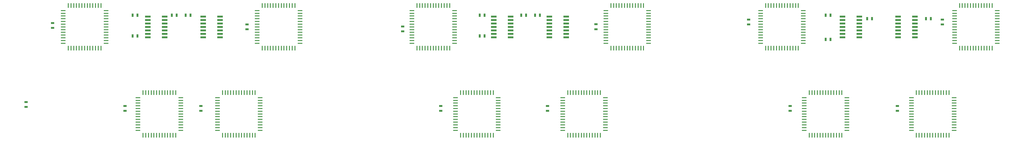
<source format=gbp>
G75*
G70*
%OFA0B0*%
%FSLAX24Y24*%
%IPPOS*%
%LPD*%
%AMOC8*
5,1,8,0,0,1.08239X$1,22.5*
%
%ADD10R,0.0157X0.0669*%
%ADD11R,0.0669X0.0157*%
%ADD12R,0.0472X0.0315*%
%ADD13R,0.0800X0.0260*%
%ADD14R,0.0315X0.0472*%
D10*
X020286Y006764D03*
X020680Y006764D03*
X021073Y006764D03*
X021467Y006764D03*
X021861Y006764D03*
X022254Y006764D03*
X022648Y006764D03*
X023042Y006764D03*
X023435Y006764D03*
X023829Y006764D03*
X024223Y006764D03*
X024617Y006764D03*
X025010Y006764D03*
X031774Y006764D03*
X032168Y006764D03*
X032561Y006764D03*
X032955Y006764D03*
X033349Y006764D03*
X033743Y006764D03*
X034136Y006764D03*
X034530Y006764D03*
X034924Y006764D03*
X035317Y006764D03*
X035711Y006764D03*
X036105Y006764D03*
X036498Y006764D03*
X066180Y006764D03*
X066573Y006764D03*
X066967Y006764D03*
X067361Y006764D03*
X067754Y006764D03*
X068148Y006764D03*
X068542Y006764D03*
X068935Y006764D03*
X069329Y006764D03*
X069723Y006764D03*
X070117Y006764D03*
X070510Y006764D03*
X070904Y006764D03*
X081668Y006764D03*
X082061Y006764D03*
X082455Y006764D03*
X082849Y006764D03*
X083243Y006764D03*
X083636Y006764D03*
X084030Y006764D03*
X084424Y006764D03*
X084817Y006764D03*
X085211Y006764D03*
X085605Y006764D03*
X085998Y006764D03*
X086392Y006764D03*
X086392Y012945D03*
X085998Y012945D03*
X085605Y012945D03*
X085211Y012945D03*
X084817Y012945D03*
X084424Y012945D03*
X084030Y012945D03*
X083636Y012945D03*
X083243Y012945D03*
X082849Y012945D03*
X082455Y012945D03*
X082061Y012945D03*
X081668Y012945D03*
X070904Y012945D03*
X070510Y012945D03*
X070117Y012945D03*
X069723Y012945D03*
X069329Y012945D03*
X068935Y012945D03*
X068542Y012945D03*
X068148Y012945D03*
X067754Y012945D03*
X067361Y012945D03*
X066967Y012945D03*
X066573Y012945D03*
X066180Y012945D03*
X064601Y019363D03*
X064207Y019363D03*
X063813Y019363D03*
X063420Y019363D03*
X063026Y019363D03*
X062632Y019363D03*
X062239Y019363D03*
X061845Y019363D03*
X061451Y019363D03*
X061057Y019363D03*
X060664Y019363D03*
X060270Y019363D03*
X059876Y019363D03*
X042239Y019363D03*
X041845Y019363D03*
X041451Y019363D03*
X041057Y019363D03*
X040664Y019363D03*
X040270Y019363D03*
X039876Y019363D03*
X039483Y019363D03*
X039089Y019363D03*
X038695Y019363D03*
X038302Y019363D03*
X037908Y019363D03*
X037514Y019363D03*
X014207Y019363D03*
X013813Y019363D03*
X013420Y019363D03*
X013026Y019363D03*
X012632Y019363D03*
X012239Y019363D03*
X011845Y019363D03*
X011451Y019363D03*
X011057Y019363D03*
X010664Y019363D03*
X010270Y019363D03*
X009876Y019363D03*
X009483Y019363D03*
X020286Y012945D03*
X020680Y012945D03*
X021073Y012945D03*
X021467Y012945D03*
X021861Y012945D03*
X022254Y012945D03*
X022648Y012945D03*
X023042Y012945D03*
X023435Y012945D03*
X023829Y012945D03*
X024223Y012945D03*
X024617Y012945D03*
X025010Y012945D03*
X031774Y012945D03*
X032168Y012945D03*
X032561Y012945D03*
X032955Y012945D03*
X033349Y012945D03*
X033743Y012945D03*
X034136Y012945D03*
X034530Y012945D03*
X034924Y012945D03*
X035317Y012945D03*
X035711Y012945D03*
X036105Y012945D03*
X036498Y012945D03*
X087908Y019363D03*
X088302Y019363D03*
X088695Y019363D03*
X089089Y019363D03*
X089483Y019363D03*
X089876Y019363D03*
X090270Y019363D03*
X090664Y019363D03*
X091057Y019363D03*
X091451Y019363D03*
X091845Y019363D03*
X092239Y019363D03*
X092632Y019363D03*
X110270Y019363D03*
X110664Y019363D03*
X111057Y019363D03*
X111451Y019363D03*
X111845Y019363D03*
X112239Y019363D03*
X112632Y019363D03*
X113026Y019363D03*
X113420Y019363D03*
X113813Y019363D03*
X114207Y019363D03*
X114601Y019363D03*
X114994Y019363D03*
X138302Y019363D03*
X138695Y019363D03*
X139089Y019363D03*
X139483Y019363D03*
X139876Y019363D03*
X140270Y019363D03*
X140664Y019363D03*
X141057Y019363D03*
X141451Y019363D03*
X141845Y019363D03*
X142239Y019363D03*
X142632Y019363D03*
X143026Y019363D03*
X136786Y012945D03*
X136392Y012945D03*
X135998Y012945D03*
X135605Y012945D03*
X135211Y012945D03*
X134817Y012945D03*
X134424Y012945D03*
X134030Y012945D03*
X133636Y012945D03*
X133243Y012945D03*
X132849Y012945D03*
X132455Y012945D03*
X132061Y012945D03*
X121298Y012945D03*
X120904Y012945D03*
X120510Y012945D03*
X120117Y012945D03*
X119723Y012945D03*
X119329Y012945D03*
X118935Y012945D03*
X118542Y012945D03*
X118148Y012945D03*
X117754Y012945D03*
X117361Y012945D03*
X116967Y012945D03*
X116573Y012945D03*
X116573Y006764D03*
X116967Y006764D03*
X117361Y006764D03*
X117754Y006764D03*
X118148Y006764D03*
X118542Y006764D03*
X118935Y006764D03*
X119329Y006764D03*
X119723Y006764D03*
X120117Y006764D03*
X120510Y006764D03*
X120904Y006764D03*
X121298Y006764D03*
X132061Y006764D03*
X132455Y006764D03*
X132849Y006764D03*
X133243Y006764D03*
X133636Y006764D03*
X134030Y006764D03*
X134424Y006764D03*
X134817Y006764D03*
X135211Y006764D03*
X135605Y006764D03*
X135998Y006764D03*
X136392Y006764D03*
X136786Y006764D03*
X138302Y025544D03*
X138695Y025544D03*
X139089Y025544D03*
X139483Y025544D03*
X139876Y025544D03*
X140270Y025544D03*
X140664Y025544D03*
X141057Y025544D03*
X141451Y025544D03*
X141845Y025544D03*
X142239Y025544D03*
X142632Y025544D03*
X143026Y025544D03*
X114994Y025544D03*
X114601Y025544D03*
X114207Y025544D03*
X113813Y025544D03*
X113420Y025544D03*
X113026Y025544D03*
X112632Y025544D03*
X112239Y025544D03*
X111845Y025544D03*
X111451Y025544D03*
X111057Y025544D03*
X110664Y025544D03*
X110270Y025544D03*
X092632Y025544D03*
X092239Y025544D03*
X091845Y025544D03*
X091451Y025544D03*
X091057Y025544D03*
X090664Y025544D03*
X090270Y025544D03*
X089876Y025544D03*
X089483Y025544D03*
X089089Y025544D03*
X088695Y025544D03*
X088302Y025544D03*
X087908Y025544D03*
X064601Y025544D03*
X064207Y025544D03*
X063813Y025544D03*
X063420Y025544D03*
X063026Y025544D03*
X062632Y025544D03*
X062239Y025544D03*
X061845Y025544D03*
X061451Y025544D03*
X061057Y025544D03*
X060664Y025544D03*
X060270Y025544D03*
X059876Y025544D03*
X042239Y025544D03*
X041845Y025544D03*
X041451Y025544D03*
X041057Y025544D03*
X040664Y025544D03*
X040270Y025544D03*
X039876Y025544D03*
X039483Y025544D03*
X039089Y025544D03*
X038695Y025544D03*
X038302Y025544D03*
X037908Y025544D03*
X037514Y025544D03*
X014207Y025544D03*
X013813Y025544D03*
X013420Y025544D03*
X013026Y025544D03*
X012632Y025544D03*
X012239Y025544D03*
X011845Y025544D03*
X011451Y025544D03*
X011057Y025544D03*
X010664Y025544D03*
X010270Y025544D03*
X009876Y025544D03*
X009483Y025544D03*
D11*
X008754Y024815D03*
X008754Y024422D03*
X008754Y024028D03*
X008754Y023634D03*
X008754Y023241D03*
X008754Y022847D03*
X008754Y022453D03*
X008754Y022059D03*
X008754Y021666D03*
X008754Y021272D03*
X008754Y020878D03*
X008754Y020485D03*
X008754Y020091D03*
X014935Y020091D03*
X014935Y020485D03*
X014935Y020878D03*
X014935Y021272D03*
X014935Y021666D03*
X014935Y022059D03*
X014935Y022453D03*
X014935Y022847D03*
X014935Y023241D03*
X014935Y023634D03*
X014935Y024028D03*
X014935Y024422D03*
X014935Y024815D03*
X036786Y024815D03*
X036786Y024422D03*
X036786Y024028D03*
X036786Y023634D03*
X036786Y023241D03*
X036786Y022847D03*
X036786Y022453D03*
X036786Y022059D03*
X036786Y021666D03*
X036786Y021272D03*
X036786Y020878D03*
X036786Y020485D03*
X036786Y020091D03*
X042967Y020091D03*
X042967Y020485D03*
X042967Y020878D03*
X042967Y021272D03*
X042967Y021666D03*
X042967Y022059D03*
X042967Y022453D03*
X042967Y022847D03*
X042967Y023241D03*
X042967Y023634D03*
X042967Y024028D03*
X042967Y024422D03*
X042967Y024815D03*
X059148Y024815D03*
X059148Y024422D03*
X059148Y024028D03*
X059148Y023634D03*
X059148Y023241D03*
X059148Y022847D03*
X059148Y022453D03*
X059148Y022059D03*
X059148Y021666D03*
X059148Y021272D03*
X059148Y020878D03*
X059148Y020485D03*
X059148Y020091D03*
X065329Y020091D03*
X065329Y020485D03*
X065329Y020878D03*
X065329Y021272D03*
X065329Y021666D03*
X065329Y022059D03*
X065329Y022453D03*
X065329Y022847D03*
X065329Y023241D03*
X065329Y023634D03*
X065329Y024028D03*
X065329Y024422D03*
X065329Y024815D03*
X087180Y024815D03*
X087180Y024422D03*
X087180Y024028D03*
X087180Y023634D03*
X087180Y023241D03*
X087180Y022847D03*
X087180Y022453D03*
X087180Y022059D03*
X087180Y021666D03*
X087180Y021272D03*
X087180Y020878D03*
X087180Y020485D03*
X087180Y020091D03*
X093361Y020091D03*
X093361Y020485D03*
X093361Y020878D03*
X093361Y021272D03*
X093361Y021666D03*
X093361Y022059D03*
X093361Y022453D03*
X093361Y022847D03*
X093361Y023241D03*
X093361Y023634D03*
X093361Y024028D03*
X093361Y024422D03*
X093361Y024815D03*
X109542Y024815D03*
X109542Y024422D03*
X109542Y024028D03*
X109542Y023634D03*
X109542Y023241D03*
X109542Y022847D03*
X109542Y022453D03*
X109542Y022059D03*
X109542Y021666D03*
X109542Y021272D03*
X109542Y020878D03*
X109542Y020485D03*
X109542Y020091D03*
X115723Y020091D03*
X115723Y020485D03*
X115723Y020878D03*
X115723Y021272D03*
X115723Y021666D03*
X115723Y022059D03*
X115723Y022453D03*
X115723Y022847D03*
X115723Y023241D03*
X115723Y023634D03*
X115723Y024028D03*
X115723Y024422D03*
X115723Y024815D03*
X137573Y024815D03*
X137573Y024422D03*
X137573Y024028D03*
X137573Y023634D03*
X137573Y023241D03*
X137573Y022847D03*
X137573Y022453D03*
X137573Y022059D03*
X137573Y021666D03*
X137573Y021272D03*
X137573Y020878D03*
X137573Y020485D03*
X137573Y020091D03*
X143754Y020091D03*
X143754Y020485D03*
X143754Y020878D03*
X143754Y021272D03*
X143754Y021666D03*
X143754Y022059D03*
X143754Y022453D03*
X143754Y022847D03*
X143754Y023241D03*
X143754Y023634D03*
X143754Y024028D03*
X143754Y024422D03*
X143754Y024815D03*
X137514Y012217D03*
X137514Y011823D03*
X137514Y011430D03*
X137514Y011036D03*
X137514Y010642D03*
X137514Y010248D03*
X137514Y009855D03*
X137514Y009461D03*
X137514Y009067D03*
X137514Y008674D03*
X137514Y008280D03*
X137514Y007886D03*
X137514Y007493D03*
X131333Y007493D03*
X131333Y007886D03*
X131333Y008280D03*
X131333Y008674D03*
X131333Y009067D03*
X131333Y009461D03*
X131333Y009855D03*
X131333Y010248D03*
X131333Y010642D03*
X131333Y011036D03*
X131333Y011430D03*
X131333Y011823D03*
X131333Y012217D03*
X122026Y012217D03*
X122026Y011823D03*
X122026Y011430D03*
X122026Y011036D03*
X122026Y010642D03*
X122026Y010248D03*
X122026Y009855D03*
X122026Y009461D03*
X122026Y009067D03*
X122026Y008674D03*
X122026Y008280D03*
X122026Y007886D03*
X122026Y007493D03*
X115845Y007493D03*
X115845Y007886D03*
X115845Y008280D03*
X115845Y008674D03*
X115845Y009067D03*
X115845Y009461D03*
X115845Y009855D03*
X115845Y010248D03*
X115845Y010642D03*
X115845Y011036D03*
X115845Y011430D03*
X115845Y011823D03*
X115845Y012217D03*
X087120Y012217D03*
X087120Y011823D03*
X087120Y011430D03*
X087120Y011036D03*
X087120Y010642D03*
X087120Y010248D03*
X087120Y009855D03*
X087120Y009461D03*
X087120Y009067D03*
X087120Y008674D03*
X087120Y008280D03*
X087120Y007886D03*
X087120Y007493D03*
X080939Y007493D03*
X080939Y007886D03*
X080939Y008280D03*
X080939Y008674D03*
X080939Y009067D03*
X080939Y009461D03*
X080939Y009855D03*
X080939Y010248D03*
X080939Y010642D03*
X080939Y011036D03*
X080939Y011430D03*
X080939Y011823D03*
X080939Y012217D03*
X071632Y012217D03*
X071632Y011823D03*
X071632Y011430D03*
X071632Y011036D03*
X071632Y010642D03*
X071632Y010248D03*
X071632Y009855D03*
X071632Y009461D03*
X071632Y009067D03*
X071632Y008674D03*
X071632Y008280D03*
X071632Y007886D03*
X071632Y007493D03*
X065451Y007493D03*
X065451Y007886D03*
X065451Y008280D03*
X065451Y008674D03*
X065451Y009067D03*
X065451Y009461D03*
X065451Y009855D03*
X065451Y010248D03*
X065451Y010642D03*
X065451Y011036D03*
X065451Y011430D03*
X065451Y011823D03*
X065451Y012217D03*
X037227Y012217D03*
X037227Y011823D03*
X037227Y011430D03*
X037227Y011036D03*
X037227Y010642D03*
X037227Y010248D03*
X037227Y009855D03*
X037227Y009461D03*
X037227Y009067D03*
X037227Y008674D03*
X037227Y008280D03*
X037227Y007886D03*
X037227Y007493D03*
X031046Y007493D03*
X031046Y007886D03*
X031046Y008280D03*
X031046Y008674D03*
X031046Y009067D03*
X031046Y009461D03*
X031046Y009855D03*
X031046Y010248D03*
X031046Y010642D03*
X031046Y011036D03*
X031046Y011430D03*
X031046Y011823D03*
X031046Y012217D03*
X025739Y012217D03*
X025739Y011823D03*
X025739Y011430D03*
X025739Y011036D03*
X025739Y010642D03*
X025739Y010248D03*
X025739Y009855D03*
X025739Y009461D03*
X025739Y009067D03*
X025739Y008674D03*
X025739Y008280D03*
X025739Y007886D03*
X025739Y007493D03*
X019557Y007493D03*
X019557Y007886D03*
X019557Y008280D03*
X019557Y008674D03*
X019557Y009067D03*
X019557Y009461D03*
X019557Y009855D03*
X019557Y010248D03*
X019557Y010642D03*
X019557Y011036D03*
X019557Y011430D03*
X019557Y011823D03*
X019557Y012217D03*
D12*
X017699Y011008D03*
X017699Y010300D03*
X028648Y010300D03*
X028648Y011008D03*
X003376Y010876D03*
X003376Y011585D03*
X035302Y022111D03*
X035302Y022819D03*
X057809Y022512D03*
X057809Y021804D03*
X085754Y022122D03*
X085754Y022831D03*
X107809Y022800D03*
X107809Y023508D03*
X135809Y023508D03*
X135809Y022800D03*
X129309Y011008D03*
X129309Y010300D03*
X113809Y010300D03*
X113809Y011008D03*
X078746Y011008D03*
X078746Y010300D03*
X063309Y010300D03*
X063309Y011008D03*
X007231Y022296D03*
X007231Y023004D03*
D13*
X020989Y022953D03*
X020989Y023453D03*
X020989Y023953D03*
X023409Y023953D03*
X023409Y023453D03*
X023409Y022953D03*
X023409Y022453D03*
X023409Y021953D03*
X023409Y021453D03*
X023409Y020953D03*
X020989Y020953D03*
X020989Y021453D03*
X020989Y021953D03*
X020989Y022453D03*
X028981Y022453D03*
X031401Y022453D03*
X031401Y021953D03*
X031401Y021453D03*
X028981Y021453D03*
X028981Y021953D03*
X028981Y020953D03*
X031401Y020953D03*
X031401Y022953D03*
X031401Y023453D03*
X028981Y023453D03*
X028981Y022953D03*
X028981Y023953D03*
X031401Y023953D03*
X070989Y023953D03*
X070989Y023453D03*
X070989Y022953D03*
X070989Y022453D03*
X070989Y021953D03*
X070989Y021453D03*
X070989Y020953D03*
X073409Y020953D03*
X073409Y021453D03*
X073409Y021953D03*
X073409Y022453D03*
X073409Y022953D03*
X073409Y023453D03*
X073409Y023953D03*
X079021Y023953D03*
X081441Y023953D03*
X081441Y023453D03*
X081441Y022953D03*
X079021Y022953D03*
X079021Y023453D03*
X079021Y022453D03*
X081441Y022453D03*
X081441Y021953D03*
X081441Y021453D03*
X079021Y021453D03*
X079021Y021953D03*
X079021Y020953D03*
X081441Y020953D03*
X121383Y020953D03*
X121383Y021453D03*
X121383Y021953D03*
X121383Y022453D03*
X121383Y022953D03*
X121383Y023453D03*
X121383Y023953D03*
X123803Y023953D03*
X123803Y023453D03*
X123803Y022953D03*
X123803Y022453D03*
X123803Y021953D03*
X123803Y021453D03*
X123803Y020953D03*
X129414Y020953D03*
X131834Y020953D03*
X131834Y021453D03*
X131834Y021953D03*
X129414Y021953D03*
X129414Y021453D03*
X129414Y022453D03*
X131834Y022453D03*
X131834Y022953D03*
X131834Y023453D03*
X129414Y023453D03*
X129414Y022953D03*
X129414Y023953D03*
X131834Y023953D03*
D14*
X133455Y023654D03*
X134164Y023654D03*
X125664Y023654D03*
X124955Y023654D03*
X119664Y024154D03*
X118955Y024154D03*
X118955Y020654D03*
X119664Y020654D03*
X077664Y024154D03*
X076955Y024154D03*
X075664Y024154D03*
X074955Y024154D03*
X069664Y024154D03*
X068955Y024154D03*
X068955Y021154D03*
X069664Y021154D03*
X027164Y024154D03*
X026455Y024154D03*
X025164Y024154D03*
X024455Y024154D03*
X019483Y024154D03*
X018774Y024154D03*
X018774Y021154D03*
X019483Y021154D03*
M02*

</source>
